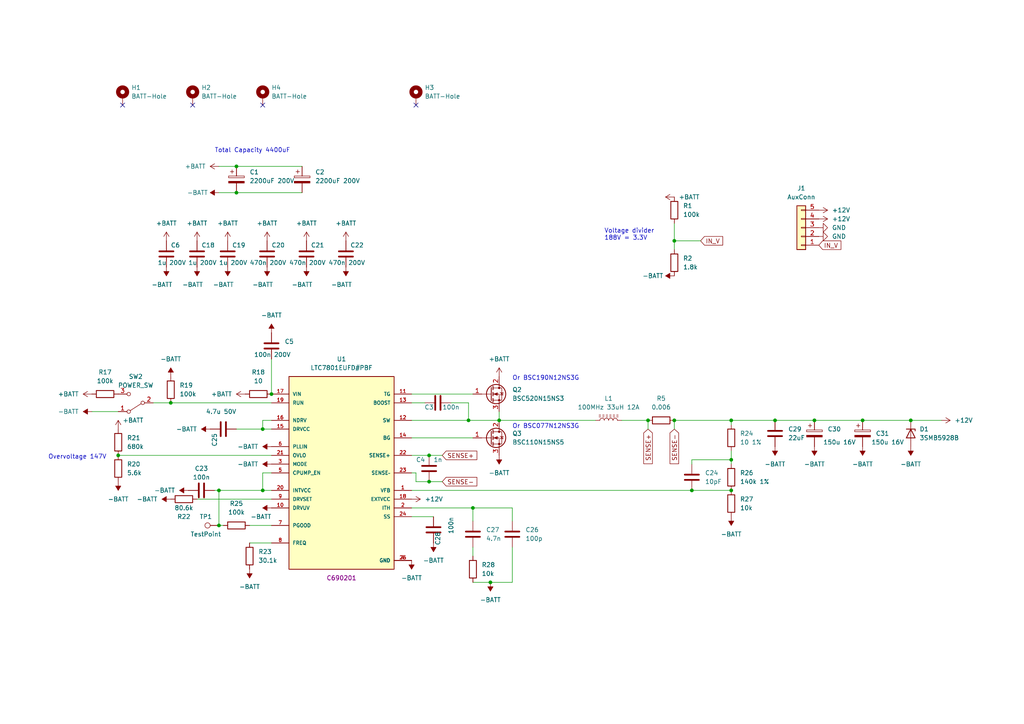
<source format=kicad_sch>
(kicad_sch (version 20230121) (generator eeschema)
  (paper "A4")
  (lib_symbols
    (symbol "Connector:TestPoint" (pin_numbers hide) (pin_names (offset 0.762) hide)
      (property "Reference" "TP" (at 0 6.858 0))
      (property "Value" "TestPoint" (at 0 5.08 0))
      (symbol "TestPoint_0_1"
        (circle (center 0 3.302) (radius 0.762))
      )
      (symbol "TestPoint_1_1"
        (pin passive line (at 0 0 90) (length 2.54) (name "1") (number "1"))
      )
    )
    (symbol "Connector_Generic:Conn_01x05" (pin_names (offset 1.016) hide)
      (property "Reference" "J" (at 0 7.62 0))
      (property "Value" "Conn_01x05" (at 0 -7.62 0))
      (symbol "Conn_01x05_1_1"
        (rectangle (start -1.27 -4.953) (end 0 -5.207) (stroke (width 0.1524)))
        (rectangle (start -1.27 -2.413) (end 0 -2.667) (stroke (width 0.1524)))
        (rectangle (start -1.27 0.127) (end 0 -0.127) (stroke (width 0.1524)))
        (rectangle (start -1.27 2.667) (end 0 2.413) (stroke (width 0.1524)))
        (rectangle (start -1.27 5.207) (end 0 4.953) (stroke (width 0.1524)))
        (rectangle (start -1.27 6.35) (end 1.27 -6.35) (stroke (width 0.254)) (fill (type background)))
        (pin passive line (at -5.08 5.08 0) (length 3.81) (name "Pin_1") (number "1"))
        (pin passive line (at -5.08 2.54 0) (length 3.81) (name "Pin_2") (number "2"))
        (pin passive line (at -5.08 0 0) (length 3.81) (name "Pin_3") (number "3"))
        (pin passive line (at -5.08 -2.54 0) (length 3.81) (name "Pin_4") (number "4"))
        (pin passive line (at -5.08 -5.08 0) (length 3.81) (name "Pin_5") (number "5"))
      )
    )
    (symbol "Device:C" (pin_numbers hide) (pin_names (offset 0.254))
      (property "Reference" "C" (at 0.635 2.54 0))
      (property "Value" "C" (at 0.635 -2.54 0))
      (symbol "C_0_1"
        (polyline (pts (xy -2.032 -0.762) (xy 2.032 -0.762)) (stroke (width 0.508)))
        (polyline (pts (xy -2.032 0.762) (xy 2.032 0.762)) (stroke (width 0.508)))
      )
      (symbol "C_1_1"
        (pin passive line (at 0 3.81 270) (length 2.794) (name "~") (number "1"))
        (pin passive line (at 0 -3.81 90) (length 2.794) (name "~") (number "2"))
      )
    )
    (symbol "Device:C_Polarized" (pin_numbers hide) (pin_names (offset 0.254))
      (property "Reference" "C" (at 0.635 2.54 0))
      (property "Value" "C_Polarized" (at 0.635 -2.54 0))
      (symbol "C_Polarized_0_1"
        (rectangle (start -2.286 0.508) (end 2.286 1.016))
        (polyline (pts (xy -1.778 2.286) (xy -0.762 2.286)))
        (polyline (pts (xy -1.27 2.794) (xy -1.27 1.778)))
        (rectangle (start 2.286 -0.508) (end -2.286 -1.016) (fill (type outline)))
      )
      (symbol "C_Polarized_1_1"
        (pin passive line (at 0 3.81 270) (length 2.794) (name "~") (number "1"))
        (pin passive line (at 0 -3.81 90) (length 2.794) (name "~") (number "2"))
      )
    )
    (symbol "Device:D_Zener" (pin_numbers hide) (pin_names (offset 1.016) hide)
      (property "Reference" "D" (at 0 2.54 0))
      (property "Value" "D_Zener" (at 0 -2.54 0))
      (symbol "D_Zener_0_1"
        (polyline (pts (xy 1.27 0) (xy -1.27 0)))
        (polyline (pts (xy -1.27 -1.27) (xy -1.27 1.27) (xy -0.762 1.27)) (stroke (width 0.254)))
        (polyline (pts (xy 1.27 -1.27) (xy 1.27 1.27) (xy -1.27 0) (xy 1.27 -1.27)) (stroke (width 0.254)))
      )
      (symbol "D_Zener_1_1"
        (pin passive line (at -3.81 0 0) (length 2.54) (name "K") (number "1"))
        (pin passive line (at 3.81 0 180) (length 2.54) (name "A") (number "2"))
      )
    )
    (symbol "Device:L_Ferrite" (pin_numbers hide) (pin_names (offset 1.016) hide)
      (property "Reference" "L" (at -1.27 0 90))
      (property "Value" "L_Ferrite" (at 2.794 0 90))
      (symbol "L_Ferrite_0_1"
        (arc (start 0 -2.54) (mid 0.6323 -1.905) (end 0 -1.27))
        (arc (start 0 -1.27) (mid 0.6323 -0.635) (end 0 0))
        (polyline (pts (xy 1.016 -2.794) (xy 1.016 -2.286)))
        (polyline (pts (xy 1.016 -1.778) (xy 1.016 -1.27)))
        (polyline (pts (xy 1.016 -0.762) (xy 1.016 -0.254)))
        (polyline (pts (xy 1.016 0.254) (xy 1.016 0.762)))
        (polyline (pts (xy 1.016 1.27) (xy 1.016 1.778)))
        (polyline (pts (xy 1.016 2.286) (xy 1.016 2.794)))
        (polyline (pts (xy 1.524 -2.286) (xy 1.524 -2.794)))
        (polyline (pts (xy 1.524 -1.27) (xy 1.524 -1.778)))
        (polyline (pts (xy 1.524 -0.254) (xy 1.524 -0.762)))
        (polyline (pts (xy 1.524 0.762) (xy 1.524 0.254)))
        (polyline (pts (xy 1.524 1.778) (xy 1.524 1.27)))
        (polyline (pts (xy 1.524 2.794) (xy 1.524 2.286)))
        (arc (start 0 0) (mid 0.6323 0.635) (end 0 1.27))
        (arc (start 0 1.27) (mid 0.6323 1.905) (end 0 2.54))
      )
      (symbol "L_Ferrite_1_1"
        (pin passive line (at 0 3.81 270) (length 1.27) (name "1") (number "1"))
        (pin passive line (at 0 -3.81 90) (length 1.27) (name "2") (number "2"))
      )
    )
    (symbol "Device:R" (pin_numbers hide) (pin_names (offset 0))
      (property "Reference" "R" (at 2.032 0 90))
      (property "Value" "R" (at 0 0 90))
      (symbol "R_0_1"
        (rectangle (start -1.016 -2.54) (end 1.016 2.54) (stroke (width 0.254)))
      )
      (symbol "R_1_1"
        (pin passive line (at 0 3.81 270) (length 1.27) (name "~") (number "1"))
        (pin passive line (at 0 -3.81 90) (length 1.27) (name "~") (number "2"))
      )
    )
    (symbol "GigaESCSymbols:LTC7801EUFD#PBF" (pin_names (offset 1.016))
      (property "Reference" "U" (at -15.24 28.702 0))
      (property "Value" "LTC7801EUFD#PBF" (at -15.24 -30.48 0))
      (symbol "LTC7801EUFD#PBF_0_0"
        (rectangle (start -15.24 -27.94) (end 15.24 27.94) (stroke (width 0.254)) (fill (type background)))
        (pin input line (at 20.32 -5.08 180) (length 5.08) (name "VFB") (number "1"))
        (pin input line (at -20.32 -10.16 0) (length 5.08) (name "DRVUV") (number "10"))
        (pin bidirectional line (at 20.32 22.86 180) (length 5.08) (name "TG") (number "11"))
        (pin bidirectional line (at 20.32 15.24 180) (length 5.08) (name "SW") (number "12"))
        (pin passive line (at 20.32 20.32 180) (length 5.08) (name "BOOST") (number "13"))
        (pin bidirectional line (at 20.32 10.16 180) (length 5.08) (name "BG") (number "14"))
        (pin output line (at -20.32 12.7 0) (length 5.08) (name "DRVCC") (number "15"))
        (pin output line (at -20.32 15.24 0) (length 5.08) (name "NDRV") (number "16"))
        (pin input line (at -20.32 22.86 0) (length 5.08) (name "VIN") (number "17"))
        (pin input line (at 20.32 -7.62 180) (length 5.08) (name "EXTVCC") (number "18"))
        (pin input line (at -20.32 20.32 0) (length 5.08) (name "RUN") (number "19"))
        (pin output line (at 20.32 -10.16 180) (length 5.08) (name "ITH") (number "2"))
        (pin output line (at -20.32 -5.08 0) (length 5.08) (name "INTVCC") (number "20"))
        (pin input line (at -20.32 5.08 0) (length 5.08) (name "OVLO") (number "21"))
        (pin input line (at 20.32 5.08 180) (length 5.08) (name "SENSE+") (number "22"))
        (pin input line (at 20.32 0 180) (length 5.08) (name "SENSE–") (number "23"))
        (pin input line (at 20.32 -12.7 180) (length 5.08) (name "SS") (number "24"))
        (pin power_in line (at 20.32 -25.4 180) (length 5.08) (name "GND") (number "25"))
        (pin input line (at -20.32 2.54 0) (length 5.08) (name "MODE") (number "3"))
        (pin power_in line (at 20.32 -25.4 180) (length 5.08) (name "GND") (number "4"))
        (pin input line (at -20.32 0 0) (length 5.08) (name "CPUMP_EN") (number "5"))
        (pin input line (at -20.32 7.62 0) (length 5.08) (name "PLLIN") (number "6"))
        (pin output line (at -20.32 -15.24 0) (length 5.08) (name "PGOOD") (number "7"))
        (pin input line (at -20.32 -20.32 0) (length 5.08) (name "FREQ") (number "8"))
        (pin input line (at -20.32 -7.62 0) (length 5.08) (name "DRVSET") (number "9"))
      )
    )
    (symbol "Mechanical:MountingHole_Pad" (pin_numbers hide) (pin_names (offset 1.016) hide)
      (property "Reference" "H" (at 0 6.35 0))
      (property "Value" "MountingHole_Pad" (at 0 4.445 0))
      (symbol "MountingHole_Pad_0_1"
        (circle (center 0 1.27) (radius 1.27) (stroke (width 1.27)))
      )
      (symbol "MountingHole_Pad_1_1"
        (pin input line (at 0 -2.54 90) (length 2.54) (name "1") (number "1"))
      )
    )
    (symbol "Switch:SW_SPDT" (pin_names (offset 0) hide)
      (property "Reference" "SW" (at 0 4.318 0))
      (property "Value" "SW_SPDT" (at 0 -5.08 0))
      (symbol "SW_SPDT_0_0"
        (circle (center -2.032 0) (radius 0.508))
        (circle (center 2.032 -2.54) (radius 0.508))
      )
      (symbol "SW_SPDT_0_1"
        (polyline (pts (xy -1.524 0.254) (xy 1.651 2.286)))
        (circle (center 2.032 2.54) (radius 0.508))
      )
      (symbol "SW_SPDT_1_1"
        (pin passive line (at 5.08 2.54 180) (length 2.54) (name "A") (number "1"))
        (pin passive line (at -5.08 0 0) (length 2.54) (name "B") (number "2"))
        (pin passive line (at 5.08 -2.54 180) (length 2.54) (name "C") (number "3"))
      )
    )
    (symbol "Transistor_FET:STD7NK40Z" (pin_names hide)
      (property "Reference" "Q" (at 5.08 1.905 0))
      (property "Value" "STD7NK40Z" (at 5.08 0 0))
      (symbol "STD7NK40Z_0_1"
        (polyline (pts (xy 0.254 0) (xy -2.54 0)))
        (polyline (pts (xy 0.254 1.905) (xy 0.254 -1.905)) (stroke (width 0.254)))
        (polyline (pts (xy 0.762 -1.27) (xy 0.762 -2.286)) (stroke (width 0.254)))
        (polyline (pts (xy 0.762 0.508) (xy 0.762 -0.508)) (stroke (width 0.254)))
        (polyline (pts (xy 0.762 2.286) (xy 0.762 1.27)) (stroke (width 0.254)))
        (polyline (pts (xy 2.54 2.54) (xy 2.54 1.778)))
        (polyline (pts (xy 2.54 -2.54) (xy 2.54 0) (xy 0.762 0)))
        (polyline (pts (xy 0.762 -1.778) (xy 3.302 -1.778) (xy 3.302 1.778) (xy 0.762 1.778)))
        (polyline (pts (xy 1.016 0) (xy 2.032 0.381) (xy 2.032 -0.381) (xy 1.016 0)) (fill (type outline)))
        (polyline (pts (xy 2.794 0.508) (xy 2.921 0.381) (xy 3.683 0.381) (xy 3.81 0.254)))
        (polyline (pts (xy 3.302 0.381) (xy 2.921 -0.254) (xy 3.683 -0.254) (xy 3.302 0.381)))
        (circle (center 1.651 0) (radius 2.794) (stroke (width 0.254)))
        (circle (center 2.54 -1.778) (radius 0.254) (fill (type outline)))
        (circle (center 2.54 1.778) (radius 0.254) (fill (type outline)))
      )
      (symbol "STD7NK40Z_1_1"
        (pin passive line (at -5.08 0 0) (length 2.54) (name "G") (number "1"))
        (pin passive line (at 2.54 5.08 270) (length 2.54) (name "D") (number "2"))
        (pin passive line (at 2.54 -5.08 90) (length 2.54) (name "S") (number "3"))
      )
    )
    (symbol "power:+12V" (power) (pin_names (offset 0))
      (property "Value" "+12V" (at 0 3.556 0))
      (symbol "+12V_0_1"
        (polyline (pts (xy -0.762 1.27) (xy 0 2.54)))
        (polyline (pts (xy 0 0) (xy 0 2.54)))
        (polyline (pts (xy 0 2.54) (xy 0.762 1.27)))
      )
      (symbol "+12V_1_1"
        (pin power_in line (at 0 0 90) (length 0) hide (name "+12V") (number "1"))
      )
    )
    (symbol "power:+BATT" (power) (pin_names (offset 0))
      (property "Value" "+BATT" (at 0 3.556 0))
      (symbol "+BATT_0_1"
        (polyline (pts (xy -0.762 1.27) (xy 0 2.54)))
        (polyline (pts (xy 0 0) (xy 0 2.54)))
        (polyline (pts (xy 0 2.54) (xy 0.762 1.27)))
      )
      (symbol "+BATT_1_1"
        (pin power_in line (at 0 0 90) (length 0) hide (name "+BATT") (number "1"))
      )
    )
    (symbol "power:-BATT" (power) (pin_names (offset 0))
      (property "Value" "-BATT" (at 0 3.556 0))
      (symbol "-BATT_0_1"
        (polyline (pts (xy 0 0) (xy 0 2.54)))
        (polyline (pts (xy 0.762 1.27) (xy -0.762 1.27) (xy 0 2.54) (xy 0.762 1.27)) (fill (type outline)))
      )
      (symbol "-BATT_1_1"
        (pin power_in line (at 0 0 90) (length 0) hide (name "-BATT") (number "1"))
      )
    )
    (symbol "power:GND" (power) (pin_names (offset 0))
      (property "Value" "GND" (at 0 -3.81 0))
      (symbol "GND_0_1"
        (polyline (pts (xy 0 0) (xy 0 -1.27) (xy 1.27 -1.27) (xy 0 -2.54) (xy -1.27 -1.27) (xy 0 -1.27)))
      )
      (symbol "GND_1_1"
        (pin power_in line (at 0 0 270) (length 0) hide (name "GND") (number "1"))
      )
    )
  )
  (junction (at 195.58 69.85))
  (junction (at 76.2 124.46))
  (junction (at 63.5 152.4))
  (junction (at 137.16 147.32))
  (junction (at 144.78 121.92))
  (junction (at 49.53 116.84))
  (junction (at 68.58 55.88))
  (junction (at 63.5 142.24))
  (junction (at 68.58 48.26))
  (junction (at 34.29 132.08))
  (junction (at 224.79 121.92))
  (junction (at 187.96 121.92))
  (junction (at 212.09 133.35))
  (junction (at 250.19 121.92))
  (junction (at 195.58 121.92))
  (junction (at 124.46 132.08))
  (junction (at 212.09 121.92))
  (junction (at 124.46 139.7))
  (junction (at 212.09 142.24))
  (junction (at 264.16 121.92))
  (junction (at 200.66 142.24))
  (junction (at 236.22 121.92))
  (junction (at 142.24 168.91))
  (junction (at 78.74 114.3))
  (junction (at 76.2 142.24))
  (junction (at 135.89 121.92))
  (no_connect (at 35.56 30.48))
  (no_connect (at 55.88 30.48))
  (no_connect (at 120.65 30.48))
  (no_connect (at 76.2 30.48))
  (wire (pts (xy 63.5 55.88) (xy 68.58 55.88)))
  (wire (pts (xy 76.2 124.46) (xy 78.74 124.46)))
  (wire (pts (xy 130.81 116.84) (xy 135.89 116.84)))
  (wire (pts (xy 236.22 121.92) (xy 250.19 121.92)))
  (wire (pts (xy 144.78 119.38) (xy 144.78 121.92)))
  (wire (pts (xy 68.58 48.26) (xy 87.63 48.26)))
  (wire (pts (xy 68.58 55.88) (xy 87.63 55.88)))
  (wire (pts (xy 137.16 158.75) (xy 137.16 161.29)))
  (wire (pts (xy 119.38 127) (xy 137.16 127)))
  (wire (pts (xy 49.53 116.84) (xy 78.74 116.84)))
  (wire (pts (xy 148.59 168.91) (xy 142.24 168.91)))
  (wire (pts (xy 68.58 124.46) (xy 76.2 124.46)))
  (wire (pts (xy 78.74 121.92) (xy 76.2 121.92)))
  (wire (pts (xy 119.38 116.84) (xy 123.19 116.84)))
  (wire (pts (xy 76.2 137.16) (xy 76.2 142.24)))
  (wire (pts (xy 76.2 142.24) (xy 78.74 142.24)))
  (wire (pts (xy 212.09 130.81) (xy 212.09 133.35)))
  (wire (pts (xy 119.38 137.16) (xy 120.65 137.16)))
  (wire (pts (xy 200.66 142.24) (xy 212.09 142.24)))
  (wire (pts (xy 212.09 133.35) (xy 200.66 133.35)))
  (wire (pts (xy 72.39 152.4) (xy 78.74 152.4)))
  (wire (pts (xy 212.09 121.92) (xy 195.58 121.92)))
  (wire (pts (xy 148.59 158.75) (xy 148.59 168.91)))
  (wire (pts (xy 64.77 152.4) (xy 63.5 152.4)))
  (wire (pts (xy 78.74 104.14) (xy 78.74 114.3)))
  (wire (pts (xy 119.38 147.32) (xy 137.16 147.32)))
  (wire (pts (xy 57.15 144.78) (xy 78.74 144.78)))
  (wire (pts (xy 135.89 121.92) (xy 119.38 121.92)))
  (wire (pts (xy 195.58 64.77) (xy 195.58 69.85)))
  (wire (pts (xy 119.38 149.86) (xy 125.73 149.86)))
  (wire (pts (xy 224.79 121.92) (xy 236.22 121.92)))
  (wire (pts (xy 148.59 151.13) (xy 148.59 147.32)))
  (wire (pts (xy 124.46 132.08) (xy 128.27 132.08)))
  (wire (pts (xy 119.38 132.08) (xy 124.46 132.08)))
  (wire (pts (xy 195.58 69.85) (xy 203.2 69.85)))
  (wire (pts (xy 78.74 137.16) (xy 76.2 137.16)))
  (wire (pts (xy 187.96 121.92) (xy 187.96 124.46)))
  (wire (pts (xy 63.5 48.26) (xy 68.58 48.26)))
  (wire (pts (xy 63.5 142.24) (xy 62.23 142.24)))
  (wire (pts (xy 119.38 114.3) (xy 137.16 114.3)))
  (wire (pts (xy 144.78 121.92) (xy 172.72 121.92)))
  (wire (pts (xy 212.09 121.92) (xy 224.79 121.92)))
  (wire (pts (xy 63.5 152.4) (xy 63.5 142.24)))
  (wire (pts (xy 264.16 121.92) (xy 273.05 121.92)))
  (wire (pts (xy 135.89 121.92) (xy 144.78 121.92)))
  (wire (pts (xy 44.45 116.84) (xy 49.53 116.84)))
  (wire (pts (xy 137.16 147.32) (xy 148.59 147.32)))
  (wire (pts (xy 120.65 137.16) (xy 120.65 139.7)))
  (wire (pts (xy 180.34 121.92) (xy 187.96 121.92)))
  (wire (pts (xy 72.39 157.48) (xy 78.74 157.48)))
  (wire (pts (xy 137.16 147.32) (xy 137.16 151.13)))
  (wire (pts (xy 212.09 123.19) (xy 212.09 121.92)))
  (wire (pts (xy 250.19 121.92) (xy 264.16 121.92)))
  (wire (pts (xy 124.46 139.7) (xy 128.27 139.7)))
  (wire (pts (xy 142.24 168.91) (xy 137.16 168.91)))
  (wire (pts (xy 195.58 69.85) (xy 195.58 72.39)))
  (wire (pts (xy 63.5 142.24) (xy 76.2 142.24)))
  (wire (pts (xy 195.58 121.92) (xy 195.58 124.46)))
  (wire (pts (xy 26.67 119.38) (xy 34.29 119.38)))
  (wire (pts (xy 119.38 142.24) (xy 200.66 142.24)))
  (wire (pts (xy 200.66 133.35) (xy 200.66 134.62)))
  (wire (pts (xy 120.65 139.7) (xy 124.46 139.7)))
  (wire (pts (xy 34.29 132.08) (xy 78.74 132.08)))
  (wire (pts (xy 76.2 121.92) (xy 76.2 124.46)))
  (wire (pts (xy 135.89 116.84) (xy 135.89 121.92)))
  (wire (pts (xy 212.09 134.62) (xy 212.09 133.35)))
  (text "Or BSC190N12NS3G" (at 148.59 110.49 0) (effects (font (size 1.27 1.27)) (justify left bottom)))
  (text "Total Capacity 4400uF" (at 62.23 44.45 0) (effects (font (size 1.27 1.27)) (justify left bottom)))
  (text "Overvoltage 147V" (at 13.97 133.35 0) (effects (font (size 1.27 1.27)) (justify left bottom)))
  (text "Voltage divider\n188V = 3.3V" (at 175.26 69.85 0) (effects (font (size 1.27 1.27)) (justify left bottom)))
  (text "Or BSC077N12NS3G" (at 148.59 124.46 0) (effects (font (size 1.27 1.27)) (justify left bottom)))
  (global_label "SENSE+" (shape input) (at 128.27 132.08 0) (property "Intersheetrefs" "${INTERSHEET_REFS}" (effects hide)))
  (global_label "SENSE-" (shape input) (at 195.58 124.46 270) (property "Intersheetrefs" "${INTERSHEET_REFS}" (effects hide)))
  (global_label "IN_V" (shape input) (at 203.2 69.85 0) (property "Intersheetrefs" "${INTERSHEET_REFS}" (effects hide)))
  (global_label "SENSE-" (shape input) (at 128.27 139.7 0) (property "Intersheetrefs" "${INTERSHEET_REFS}" (effects hide)))
  (global_label "SENSE+" (shape input) (at 187.96 124.46 270) (property "Intersheetrefs" "${INTERSHEET_REFS}" (effects hide)))
  (global_label "IN_V" (shape input) (at 237.49 71.12 0) (property "Intersheetrefs" "${INTERSHEET_REFS}" (effects hide)))
  (symbol (lib_id "Device:R") (at 34.29 135.89 0) (unit 1)
    (property "Reference" "R20" (at 36.83 134.62 0) (effects (justify left)))
    (property "Value" "5.6k" (at 36.83 137.16 0) (effects (justify left)))
    (property "Footprint" "Resistor_SMD:R_0603_1608Metric" (effects hide))
    (property "MPN" "C23189" (effects hide))
  )
  (symbol (lib_id "Device:C") (at 137.16 154.94 0) (unit 1)
    (property "Reference" "C27" (at 140.97 153.67 0) (effects (justify left)))
    (property "Value" "4.7n" (at 140.97 156.21 0) (effects (justify left)))
    (property "Footprint" "Capacitor_SMD:C_0201_0603Metric" (effects hide))
    (property "MPN" "C53987" (effects hide))
  )
  (symbol (lib_id "power:-BATT") (at 100.33 77.47 180) (unit 1)
    (property "Reference" "#PWR042" (effects hide))
    (property "Value" "-BATT" (at 99.06 82.55 0))
  )
  (symbol (lib_id "Device:C_Polarized") (at 250.19 125.73 0) (unit 1)
    (property "Reference" "C31" (at 254 125.73 0) (effects (justify left)))
    (property "Value" "150u 16V" (at 252.73 128.27 0) (effects (justify left)))
    (property "Footprint" "Capacitor_Tantalum_SMD:CP_EIA-7343-31_Kemet-D" (effects hide))
    (property "MPN" "C8025" (effects hide))
  )
  (symbol (lib_id "power:+12V") (at 237.49 60.96 270) (unit 1)
    (property "Reference" "#PWR024" (effects hide))
    (property "Value" "+12V" (at 241.3 60.96 90) (effects (justify left)))
  )
  (symbol (lib_id "Device:C") (at 125.73 153.67 180) (unit 1)
    (property "Reference" "C28" (at 127 156.21 90))
    (property "Value" "100n" (at 130.81 152.4 90))
    (property "Footprint" "Capacitor_SMD:C_0805_2012Metric" (effects hide))
    (property "MPN" "C28233" (effects hide))
    (property "Mouser" "581-08055C104KAT4A" (effects hide))
  )
  (symbol (lib_id "Device:R") (at 137.16 165.1 0) (unit 1)
    (property "Reference" "R28" (at 139.7 163.83 0) (effects (justify left)))
    (property "Value" "10k" (at 139.7 166.37 0) (effects (justify left)))
    (property "Footprint" "Resistor_SMD:R_0805_2012Metric" (effects hide))
    (property "MPN" "C17414" (effects hide))
    (property "Mouser" "603-AC0805JR-0710KL" (effects hide))
  )
  (symbol (lib_id "power:+BATT") (at 195.58 57.15 90) (unit 1)
    (property "Reference" "#PWR04" (effects hide))
    (property "Value" "+BATT" (at 196.85 57.15 90) (effects (justify right)))
  )
  (symbol (lib_id "Switch:SW_SPDT") (at 39.37 116.84 180) (unit 1)
    (property "Reference" "SW2" (at 39.37 109.22 0))
    (property "Value" "POWER_SW" (at 39.37 111.76 0))
    (property "Footprint" "Connector_JST:JST_XH_B3B-XH-A_1x03_P2.50mm_Vertical" (effects hide))
  )
  (symbol (lib_id "Device:C") (at 148.59 154.94 0) (unit 1)
    (property "Reference" "C26" (at 152.4 153.67 0) (effects (justify left)))
    (property "Value" "100p" (at 152.4 156.21 0) (effects (justify left)))
    (property "Footprint" "Capacitor_SMD:C_0201_0603Metric" (effects hide))
    (property "MPN" "C429335" (effects hide))
  )
  (symbol (lib_id "power:-BATT") (at 236.22 129.54 180) (unit 1)
    (property "Reference" "#PWR059" (effects hide))
    (property "Value" "-BATT" (at 236.22 134.62 0))
  )
  (symbol (lib_id "Connector:TestPoint") (at 63.5 152.4 90) (unit 1)
    (property "Reference" "TP1" (at 59.69 149.86 90))
    (property "Value" "TestPoint" (at 59.69 154.94 90))
    (property "Footprint" "TestPoint:TestPoint_Pad_D1.0mm" (effects hide))
  )
  (symbol (lib_id "power:-BATT") (at 54.61 142.24 90) (unit 1)
    (property "Reference" "#PWR048" (effects hide))
    (property "Value" "-BATT" (at 50.8 142.24 90) (effects (justify left)))
  )
  (symbol (lib_id "power:-BATT") (at 63.5 55.88 90) (unit 1)
    (property "Reference" "#PWR02" (effects hide))
    (property "Value" "-BATT" (at 60.325 55.88 90) (effects (justify left)))
  )
  (symbol (lib_id "power:+12V") (at 237.49 63.5 270) (unit 1)
    (property "Reference" "#PWR08" (effects hide))
    (property "Value" "+12V" (at 241.3 63.5 90) (effects (justify left)))
  )
  (symbol (lib_id "Device:R") (at 68.58 152.4 90) (unit 1)
    (property "Reference" "R25" (at 68.58 146.05 90))
    (property "Value" "100k" (at 68.58 148.59 90))
    (property "Footprint" "Resistor_SMD:R_0805_2012Metric" (effects hide))
    (property "MPN" "C149504" (effects hide))
    (property "Mouser" "603-RC0805FR-07100KL" (effects hide))
  )
  (symbol (lib_id "Device:C") (at 200.66 138.43 0) (unit 1)
    (property "Reference" "C24" (at 204.47 137.16 0) (effects (justify left)))
    (property "Value" "10pF" (at 204.47 139.7 0) (effects (justify left)))
    (property "Footprint" "Capacitor_SMD:C_0603_1608Metric" (effects hide))
    (property "MPN" "C1634" (effects hide))
  )
  (symbol (lib_id "power:+BATT") (at 66.04 69.85 0) (unit 1)
    (property "Reference" "#PWR035" (effects hide))
    (property "Value" "+BATT" (at 66.04 64.77 0))
  )
  (symbol (lib_id "Device:R") (at 53.34 144.78 270) (unit 1)
    (property "Reference" "R22" (at 53.34 149.86 90))
    (property "Value" "80.6k" (at 53.34 147.32 90))
    (property "Footprint" "Resistor_SMD:R_0603_1608Metric" (effects hide))
    (property "MPN" "C304783" (effects hide))
  )
  (symbol (lib_id "Device:C") (at 64.77 124.46 90) (unit 1)
    (property "Reference" "C25" (at 62.23 129.54 0) (effects (justify left)))
    (property "Value" "4.7u 50V" (at 68.58 119.38 90) (effects (justify left)))
    (property "Footprint" "Capacitor_SMD:C_1206_3216Metric" (effects hide))
    (property "MPN" "C29823" (effects hide))
    (property "Mouser" "963-UMK316AB7475ML-T" (effects hide))
  )
  (symbol (lib_id "power:-BATT") (at 212.09 149.86 180) (unit 1)
    (property "Reference" "#PWR051" (effects hide))
    (property "Value" "-BATT" (at 212.09 154.94 0))
  )
  (symbol (lib_id "power:+BATT") (at 144.78 109.22 0) (unit 1)
    (property "Reference" "#PWR012" (effects hide))
    (property "Value" "+BATT" (at 144.78 104.14 0))
  )
  (symbol (lib_id "Device:R") (at 212.09 138.43 0) (unit 1)
    (property "Reference" "R26" (at 214.63 137.16 0) (effects (justify left)))
    (property "Value" "140k 1%" (at 214.63 139.7 0) (effects (justify left)))
    (property "Footprint" "Resistor_SMD:R_0603_1608Metric" (effects hide))
    (property "MPN" "C2933144" (effects hide))
  )
  (symbol (lib_id "power:-BATT") (at 142.24 168.91 180) (unit 1)
    (property "Reference" "#PWR055" (effects hide))
    (property "Value" "-BATT" (at 142.24 173.99 0))
  )
  (symbol (lib_id "Mechanical:MountingHole_Pad") (at 55.88 27.94 0) (unit 1)
    (property "Reference" "H2" (at 58.42 25.4 0) (effects (justify left)))
    (property "Value" "BATT-Hole" (at 58.42 27.94 0) (effects (justify left)))
    (property "Footprint" "MountingHole:MountingHole_3.2mm_M3" (effects hide))
  )
  (symbol (lib_id "Device:C") (at 57.15 73.66 0) (unit 1)
    (property "Reference" "C18" (at 58.42 71.12 0) (effects (justify left)))
    (property "Value" "1u 200V" (at 54.61 76.2 0) (effects (justify left)))
    (property "Footprint" "Capacitor_SMD:C_2220_5650Metric" (effects hide))
    (property "MPN" "C78775" (effects hide))
    (property "Mouser" "81-GRM55DR72D105KW1L" (effects hide))
  )
  (symbol (lib_id "Device:C_Polarized") (at 87.63 52.07 0) (unit 1)
    (property "Reference" "C2" (at 91.44 49.911 0) (effects (justify left)))
    (property "Value" "2200uF 200V" (at 91.44 52.451 0) (effects (justify left)))
    (property "Footprint" "Capacitor_THT:CP_Radial_D30.0mm_P10.00mm_SnapIn" (effects hide))
    (property "Mouser" "661-EKMR201VS222MR50" (effects hide))
  )
  (symbol (lib_id "Device:R") (at 49.53 113.03 0) (unit 1)
    (property "Reference" "R19" (at 52.07 111.76 0) (effects (justify left)))
    (property "Value" "100k" (at 52.07 114.3 0) (effects (justify left)))
    (property "Footprint" "Resistor_SMD:R_0805_2012Metric" (effects hide))
    (property "MPN" "C149504" (effects hide))
    (property "Mouser" "603-RC0805FR-07100KL" (effects hide))
  )
  (symbol (lib_id "power:+BATT") (at 100.33 69.85 0) (unit 1)
    (property "Reference" "#PWR041" (effects hide))
    (property "Value" "+BATT" (at 100.33 64.77 0))
  )
  (symbol (lib_id "power:-BATT") (at 48.26 77.47 180) (unit 1)
    (property "Reference" "#PWR032" (effects hide))
    (property "Value" "-BATT" (at 46.99 82.55 0))
  )
  (symbol (lib_id "power:-BATT") (at 77.47 77.47 180) (unit 1)
    (property "Reference" "#PWR038" (effects hide))
    (property "Value" "-BATT" (at 76.2 82.55 0))
  )
  (symbol (lib_id "Device:C") (at 58.42 142.24 90) (unit 1)
    (property "Reference" "C23" (at 58.42 135.89 90))
    (property "Value" "100n" (at 58.42 138.43 90))
    (property "Footprint" "Capacitor_SMD:C_0805_2012Metric" (effects hide))
    (property "MPN" "C28233" (effects hide))
    (property "Mouser" "581-08055C104KAT4A" (effects hide))
  )
  (symbol (lib_id "Device:C") (at 124.46 135.89 0) (unit 1)
    (property "Reference" "C4" (at 120.65 133.35 0) (effects (justify left)))
    (property "Value" "1n" (at 125.73 133.35 0) (effects (justify left)))
    (property "Footprint" "Capacitor_SMD:C_0603_1608Metric" (effects hide))
    (property "MPN" "C1588" (effects hide))
    (property "Mouser" "80-C0603C102K5R7081" (effects hide))
  )
  (symbol (lib_id "power:+BATT") (at 63.5 48.26 90) (unit 1)
    (property "Reference" "#PWR01" (effects hide))
    (property "Value" "+BATT" (at 59.69 48.26 90) (effects (justify left)))
  )
  (symbol (lib_id "power:-BATT") (at 49.53 109.22 0) (unit 1)
    (property "Reference" "#PWR043" (effects hide))
    (property "Value" "-BATT" (at 49.53 104.14 0))
  )
  (symbol (lib_id "power:-BATT") (at 26.67 119.38 90) (unit 1)
    (property "Reference" "#PWR028" (effects hide))
    (property "Value" "-BATT" (at 22.86 119.38 90) (effects (justify left)))
  )
  (symbol (lib_id "power:+BATT") (at 34.29 124.46 0) (unit 1)
    (property "Reference" "#PWR047" (effects hide))
    (property "Value" "+BATT" (at 35.56 121.92 0) (effects (justify left)))
  )
  (symbol (lib_id "power:-BATT") (at 125.73 157.48 180) (unit 1)
    (property "Reference" "#PWR057" (effects hide))
    (property "Value" "-BATT" (at 125.73 162.56 0))
  )
  (symbol (lib_id "Device:C") (at 66.04 73.66 0) (unit 1)
    (property "Reference" "C19" (at 67.31 71.12 0) (effects (justify left)))
    (property "Value" "1u 200V" (at 63.5 76.2 0) (effects (justify left)))
    (property "Footprint" "Capacitor_SMD:C_2220_5650Metric" (effects hide))
    (property "MPN" "C78775" (effects hide))
    (property "Mouser" "81-GRM55DR72D105KW1L" (effects hide))
  )
  (symbol (lib_id "Device:C") (at 224.79 125.73 0) (unit 1)
    (property "Reference" "C29" (at 228.6 124.46 0) (effects (justify left)))
    (property "Value" "22uF" (at 228.6 127 0) (effects (justify left)))
    (property "Footprint" "Resistor_SMD:R_1206_3216Metric" (effects hide))
    (property "MPN" "C12891" (effects hide))
  )
  (symbol (lib_id "power:+BATT") (at 77.47 69.85 0) (unit 1)
    (property "Reference" "#PWR037" (effects hide))
    (property "Value" "+BATT" (at 77.47 64.77 0))
  )
  (symbol (lib_id "Device:C") (at 127 116.84 90) (unit 1)
    (property "Reference" "C3" (at 124.46 118.11 90))
    (property "Value" "100n" (at 130.81 118.11 90))
    (property "Footprint" "Capacitor_SMD:C_0805_2012Metric" (effects hide))
    (property "MPN" "C28233" (effects hide))
    (property "Mouser" "581-08055C104KAT4A" (effects hide))
  )
  (symbol (lib_id "Device:R") (at 195.58 60.96 0) (unit 1)
    (property "Reference" "R1" (at 198.12 59.69 0) (effects (justify left)))
    (property "Value" "100k" (at 198.12 62.23 0) (effects (justify left)))
    (property "Footprint" "Resistor_SMD:R_0805_2012Metric" (effects hide))
    (property "MPN" "C149504" (effects hide))
    (property "Mouser" "603-RC0805FR-07100KL" (effects hide))
  )
  (symbol (lib_id "Mechanical:MountingHole_Pad") (at 76.2 27.94 0) (unit 1)
    (property "Reference" "H4" (at 78.74 25.4 0) (effects (justify left)))
    (property "Value" "BATT-Hole" (at 78.74 27.94 0) (effects (justify left)))
    (property "Footprint" "MountingHole:MountingHole_3.2mm_M3" (effects hide))
  )
  (symbol (lib_id "power:+BATT") (at 48.26 69.85 0) (unit 1)
    (property "Reference" "#PWR031" (effects hide))
    (property "Value" "+BATT" (at 48.26 64.77 0))
  )
  (symbol (lib_id "Device:R") (at 191.77 121.92 90) (unit 1)
    (property "Reference" "R5" (at 191.77 115.57 90))
    (property "Value" "0.006" (at 191.77 118.11 90))
    (property "Footprint" "Resistor_SMD:R_2512_6332Metric" (effects hide))
    (property "MPN" "C429335" (effects hide))
  )
  (symbol (lib_id "Device:R") (at 195.58 76.2 0) (unit 1)
    (property "Reference" "R2" (at 198.12 74.93 0) (effects (justify left)))
    (property "Value" "1.8k" (at 198.12 77.47 0) (effects (justify left)))
    (property "Footprint" "Resistor_SMD:R_0805_2012Metric" (effects hide))
    (property "MPN" "C17398" (effects hide))
    (property "Mouser" "71-CRCW0805-1.8K-E3" (effects hide))
  )
  (symbol (lib_id "power:-BATT") (at 78.74 129.54 90) (unit 1)
    (property "Reference" "#PWR045" (effects hide))
    (property "Value" "-BATT" (at 74.93 129.54 90) (effects (justify left)))
  )
  (symbol (lib_id "Device:D_Zener") (at 264.16 125.73 270) (unit 1)
    (property "Reference" "D1" (at 266.7 124.46 90) (effects (justify left)))
    (property "Value" "3SMB5928B" (at 266.7 127 90) (effects (justify left)))
    (property "Footprint" "Diode_SMD:D_SMB" (effects hide))
    (property "MPN" "C2983224" (effects hide))
    (property "Mouser" "821-1SMB5928" (effects hide))
  )
  (symbol (lib_id "Device:C") (at 78.74 100.33 0) (unit 1)
    (property "Reference" "C5" (at 82.55 99.06 0) (effects (justify left)))
    (property "Value" "100n 200V" (at 73.66 102.87 0) (effects (justify left)))
    (property "Footprint" "Capacitor_SMD:C_0805_2012Metric" (effects hide))
    (property "MPN" "C784084" (effects hide))
    (property "Mouser" "810-CGJ4J3X7T2D104K" (effects hide))
  )
  (symbol (lib_id "power:-BATT") (at 250.19 129.54 180) (unit 1)
    (property "Reference" "#PWR060" (effects hide))
    (property "Value" "-BATT" (at 250.19 134.62 0))
  )
  (symbol (lib_id "power:-BATT") (at 78.74 147.32 90) (unit 1)
    (property "Reference" "#PWR027" (effects hide))
    (property "Value" "-BATT" (at 78.74 149.86 90) (effects (justify left)))
  )
  (symbol (lib_id "power:-BATT") (at 264.16 129.54 180) (unit 1)
    (property "Reference" "#PWR05" (effects hide))
    (property "Value" "-BATT" (at 264.16 134.62 0))
  )
  (symbol (lib_id "Device:C_Polarized") (at 236.22 125.73 0) (unit 1)
    (property "Reference" "C30" (at 240.03 124.46 0) (effects (justify left)))
    (property "Value" "150u 16V" (at 238.76 128.27 0) (effects (justify left)))
    (property "Footprint" "Capacitor_Tantalum_SMD:CP_EIA-7343-31_Kemet-D" (effects hide))
    (property "MPN" "C8025" (effects hide))
  )
  (symbol (lib_id "power:+BATT") (at 88.9 69.85 0) (unit 1)
    (property "Reference" "#PWR039" (effects hide))
    (property "Value" "+BATT" (at 88.9 64.77 0))
  )
  (symbol (lib_id "Device:R") (at 212.09 146.05 0) (unit 1)
    (property "Reference" "R27" (at 214.63 144.78 0) (effects (justify left)))
    (property "Value" "10k" (at 214.63 147.32 0) (effects (justify left)))
    (property "Footprint" "Resistor_SMD:R_0805_2012Metric" (effects hide))
    (property "MPN" "C17414" (effects hide))
    (property "Mouser" "603-AC0805JR-0710KL" (effects hide))
  )
  (symbol (lib_id "power:-BATT") (at 49.53 144.78 90) (unit 1)
    (property "Reference" "#PWR050" (effects hide))
    (property "Value" "-BATT" (at 45.72 144.78 90) (effects (justify left)))
  )
  (symbol (lib_id "power:+BATT") (at 71.12 114.3 90) (unit 1)
    (property "Reference" "#PWR029" (effects hide))
    (property "Value" "+BATT" (at 67.31 114.3 90) (effects (justify left)))
  )
  (symbol (lib_id "Mechanical:MountingHole_Pad") (at 35.56 27.94 0) (unit 1)
    (property "Reference" "H1" (at 38.1 25.4 0) (effects (justify left)))
    (property "Value" "BATT-Hole" (at 38.1 27.94 0) (effects (justify left)))
    (property "Footprint" "MountingHole:MountingHole_3.2mm_M3" (effects hide))
  )
  (symbol (lib_id "Device:R") (at 34.29 128.27 0) (unit 1)
    (property "Reference" "R21" (at 36.83 127 0) (effects (justify left)))
    (property "Value" "680k" (at 36.83 129.54 0) (effects (justify left)))
    (property "Footprint" "Resistor_SMD:R_0603_1608Metric" (effects hide))
    (property "MPN" "C25822" (effects hide))
  )
  (symbol (lib_id "GigaESCSymbols:LTC7801EUFD#PBF") (at 99.06 137.16 0) (unit 1)
    (property "Reference" "U1" (at 99.06 104.14 0))
    (property "Value" "LTC7801EUFD#PBF" (at 99.06 106.68 0))
    (property "Footprint" "Package_DFN_QFN:QFN-24-1EP_4x5mm_P0.5mm_EP2.65x3.65mm" (effects hide))
    (property "MANUFACTURER" "Linear Technology/Analog Devices" (effects hide))
    (property "STANDARD" "IPC-7351B" (effects hide))
    (property "Mouser" "584-7801EUFDTRPBF" (effects hide))
    (property "MPN" "C690201" (at 99.06 167.64 0))
  )
  (symbol (lib_id "Device:C_Polarized") (at 68.58 52.07 0) (unit 1)
    (property "Reference" "C1" (at 72.39 49.911 0) (effects (justify left)))
    (property "Value" "2200uF 200V" (at 72.39 52.451 0) (effects (justify left)))
    (property "Footprint" "Capacitor_THT:CP_Radial_D30.0mm_P10.00mm_SnapIn" (effects hide))
    (property "MPN" "C2761574" (effects hide))
    (property "Mouser" "661-EKMR201VS222MR50" (effects hide))
  )
  (symbol (lib_id "Transistor_FET:STD7NK40Z") (at 142.24 114.3 0) (unit 1)
    (property "Reference" "Q2" (at 148.59 113.03 0) (effects (justify left)))
    (property "Value" "BSC520N15NS3" (at 148.59 115.57 0) (effects (justify left)))
    (property "Footprint" "Package_SON:Infineon_PG-TDSON-8_6.15x5.15mm" (effects hide))
    (property "Datasheet" "https://www.st.com/resource/en/datasheet/std7nk40zt4.pdf" (effects hide))
    (property "MPN" "C386368" (effects hide))
    (property "JLCRotOffset" "0" (effects hide))
    (property "JLCPosOffset" "-1.27,0" (effects hide))
    (property "Mouser" "511-STD11N65M2" (effects hide))
  )
  (symbol (lib_id "power:-BATT") (at 195.58 80.01 90) (unit 1)
    (property "Reference" "#PWR07" (effects hide))
    (property "Value" "-BATT" (at 192.405 80.01 90) (effects (justify left)))
  )
  (symbol (lib_id "power:-BATT") (at 78.74 134.62 90) (unit 1)
    (property "Reference" "#PWR013" (effects hide))
    (property "Value" "-BATT" (at 74.93 134.62 90) (effects (justify left)))
  )
  (symbol (lib_id "Device:R") (at 212.09 127 180) (unit 1)
    (property "Reference" "R24" (at 214.63 125.73 0) (effects (justify right)))
    (property "Value" "10 1%" (at 214.63 128.27 0) (effects (justify right)))
    (property "Footprint" "Resistor_SMD:R_0603_1608Metric" (effects hide))
    (property "MPN" "C22859" (effects hide))
    (property "Mouser" "603-AF0603FR-0710RL" (effects hide))
  )
  (symbol (lib_id "Connector_Generic:Conn_01x05") (at 232.41 66.04 180) (unit 1)
    (property "Reference" "J1" (at 232.41 54.61 0))
    (property "Value" "AuxConn" (at 232.41 57.15 0))
    (property "Footprint" "Connector_JST:JST_XH_B5B-XH-A_1x05_P2.50mm_Vertical" (effects hide))
    (property "MPN" "C157991" (effects hide))
  )
  (symbol (lib_id "Device:R") (at 72.39 161.29 0) (unit 1)
    (property "Reference" "R23" (at 74.93 160.02 0) (effects (justify left)))
    (property "Value" "30.1k" (at 74.93 162.56 0) (effects (justify left)))
    (property "Footprint" "Resistor_SMD:R_0603_1608Metric" (effects hide))
    (property "MPN" "C137745" (effects hide))
  )
  (symbol (lib_id "power:-BATT") (at 78.74 96.52 0) (unit 1)
    (property "Reference" "#PWR030" (effects hide))
    (property "Value" "-BATT" (at 78.74 91.44 0))
  )
  (symbol (lib_id "Device:C") (at 48.26 73.66 0) (unit 1)
    (property "Reference" "C6" (at 49.53 71.12 0) (effects (justify left)))
    (property "Value" "1u 200V" (at 45.72 76.2 0) (effects (justify left)))
    (property "Footprint" "Capacitor_SMD:C_2220_5650Metric" (effects hide))
    (property "MPN" "C78775" (effects hide))
    (property "Mouser" "81-GRM55DR72D105KW1L" (effects hide))
  )
  (symbol (lib_id "Device:C") (at 100.33 73.66 0) (unit 1)
    (property "Reference" "C22" (at 101.6 71.12 0) (effects (justify left)))
    (property "Value" "470n 200V" (at 95.25 76.2 0) (effects (justify left)))
    (property "Footprint" "Capacitor_SMD:C_1206_3216Metric" (effects hide))
    (property "MPN" "C725802" (effects hide))
  )
  (symbol (lib_id "power:GND") (at 237.49 66.04 90) (unit 1)
    (property "Reference" "#PWR010" (effects hide))
    (property "Value" "GND" (at 241.3 66.04 90) (effects (justify right)))
  )
  (symbol (lib_id "Device:C") (at 88.9 73.66 0) (unit 1)
    (property "Reference" "C21" (at 90.17 71.12 0) (effects (justify left)))
    (property "Value" "470n 200V" (at 83.82 76.2 0) (effects (justify left)))
    (property "Footprint" "Capacitor_SMD:C_1206_3216Metric" (effects hide))
    (property "MPN" "C725802" (effects hide))
  )
  (symbol (lib_id "power:+12V") (at 119.38 144.78 270) (unit 1)
    (property "Reference" "#PWR054" (effects hide))
    (property "Value" "+12V" (at 123.19 144.78 90) (effects (justify left)))
  )
  (symbol (lib_id "power:-BATT") (at 34.29 139.7 180) (unit 1)
    (property "Reference" "#PWR046" (effects hide))
    (property "Value" "-BATT" (at 34.29 144.78 0))
  )
  (symbol (lib_id "Device:R") (at 30.48 114.3 90) (unit 1)
    (property "Reference" "R17" (at 30.48 107.95 90))
    (property "Value" "100k" (at 30.48 110.49 90))
    (property "Footprint" "Resistor_SMD:R_0805_2012Metric" (effects hide))
    (property "MPN" "C149504" (effects hide))
    (property "Mouser" "603-RC0805FR-07100KL" (effects hide))
  )
  (symbol (lib_id "Transistor_FET:STD7NK40Z") (at 142.24 127 0) (unit 1)
    (property "Reference" "Q3" (at 148.59 125.73 0) (effects (justify left)))
    (property "Value" "BSC110N15NS5" (at 148.59 128.27 0) (effects (justify left)))
    (property "Footprint" "Package_SON:Infineon_PG-TDSON-8_6.15x5.15mm" (effects hide))
    (property "Datasheet" "https://www.st.com/resource/en/datasheet/std7nk40zt4.pdf" (effects hide))
    (property "MPN" "C412739" (effects hide))
    (property "JLCRotOffset" "0" (effects hide))
    (property "JLCPosOffset" "-1.27,0" (effects hide))
    (property "Mouser" "511-STD11N65M2" (effects hide))
  )
  (symbol (lib_id "power:GND") (at 237.49 68.58 90) (unit 1)
    (property "Reference" "#PWR011" (effects hide))
    (property "Value" "GND" (at 241.3 68.58 90) (effects (justify right)))
  )
  (symbol (lib_id "power:-BATT") (at 224.79 129.54 180) (unit 1)
    (property "Reference" "#PWR058" (effects hide))
    (property "Value" "-BATT" (at 224.79 134.62 0))
  )
  (symbol (lib_id "power:+12V") (at 273.05 121.92 270) (unit 1)
    (property "Reference" "#PWR053" (effects hide))
    (property "Value" "+12V" (at 276.86 121.92 90) (effects (justify left)))
  )
  (symbol (lib_id "Device:R") (at 74.93 114.3 270) (unit 1)
    (property "Reference" "R18" (at 74.93 107.95 90))
    (property "Value" "10" (at 74.93 110.49 90))
    (property "Footprint" "Resistor_SMD:R_0603_1608Metric" (effects hide))
    (property "MPN" "C22859" (effects hide))
    (property "Mouser" "603-AF0603FR-0710RL" (effects hide))
  )
  (symbol (lib_id "power:-BATT") (at 72.39 165.1 180) (unit 1)
    (property "Reference" "#PWR049" (effects hide))
    (property "Value" "-BATT" (at 72.39 170.18 0))
  )
  (symbol (lib_id "power:+BATT") (at 26.67 114.3 90) (unit 1)
    (property "Reference" "#PWR044" (effects hide))
    (property "Value" "+BATT" (at 22.86 114.3 90) (effects (justify left)))
  )
  (symbol (lib_id "power:-BATT") (at 144.78 132.08 180) (unit 1)
    (property "Reference" "#PWR03" (effects hide))
    (property "Value" "-BATT" (at 144.78 137.16 0))
  )
  (symbol (lib_id "power:+BATT") (at 57.15 69.85 0) (unit 1)
    (property "Reference" "#PWR033" (effects hide))
    (property "Value" "+BATT" (at 57.15 64.77 0))
  )
  (symbol (lib_id "Device:C") (at 77.47 73.66 0) (unit 1)
    (property "Reference" "C20" (at 78.74 71.12 0) (effects (justify left)))
    (property "Value" "470n 200V" (at 72.39 76.2 0) (effects (justify left)))
    (property "Footprint" "Capacitor_SMD:C_1206_3216Metric" (effects hide))
    (property "MPN" "C725802" (effects hide))
  )
  (symbol (lib_id "power:-BATT") (at 57.15 77.47 180) (unit 1)
    (property "Reference" "#PWR034" (effects hide))
    (property "Value" "-BATT" (at 55.88 82.55 0))
  )
  (symbol (lib_id "power:-BATT") (at 119.38 162.56 180) (unit 1)
    (property "Reference" "#PWR056" (effects hide))
    (property "Value" "-BATT" (at 119.38 167.64 0))
  )
  (symbol (lib_id "Device:L_Ferrite") (at 176.53 121.92 90) (unit 1)
    (property "Reference" "L1" (at 176.53 115.57 90))
    (property "Value" "100MHz 33uH 12A" (at 176.53 118.11 90))
    (property "Footprint" "Inductor_SMD:L_Sunlord_MWSA0518S" (effects hide))
    (property "MPN" "C364090" (effects hide))
  )
  (symbol (lib_id "power:-BATT") (at 60.96 124.46 90) (unit 1)
    (property "Reference" "#PWR052" (effects hide))
    (property "Value" "-BATT" (at 57.15 124.46 90) (effects (justify left)))
  )
  (symbol (lib_id "Mechanical:MountingHole_Pad") (at 120.65 27.94 0) (unit 1)
    (property "Reference" "H3" (at 123.19 25.4 0) (effects (justify left)))
    (property "Value" "BATT-Hole" (at 123.19 27.94 0) (effects (justify left)))
    (property "Footprint" "MountingHole:MountingHole_3.2mm_M3" (effects hide))
  )
  (symbol (lib_id "power:-BATT") (at 66.04 77.47 180) (unit 1)
    (property "Reference" "#PWR036" (effects hide))
    (property "Value" "-BATT" (at 64.77 82.55 0))
  )
  (symbol (lib_id "power:-BATT") (at 88.9 77.47 180) (unit 1)
    (property "Reference" "#PWR040" (effects hide))
    (property "Value" "-BATT" (at 87.63 82.55 0))
  )
)
</source>
